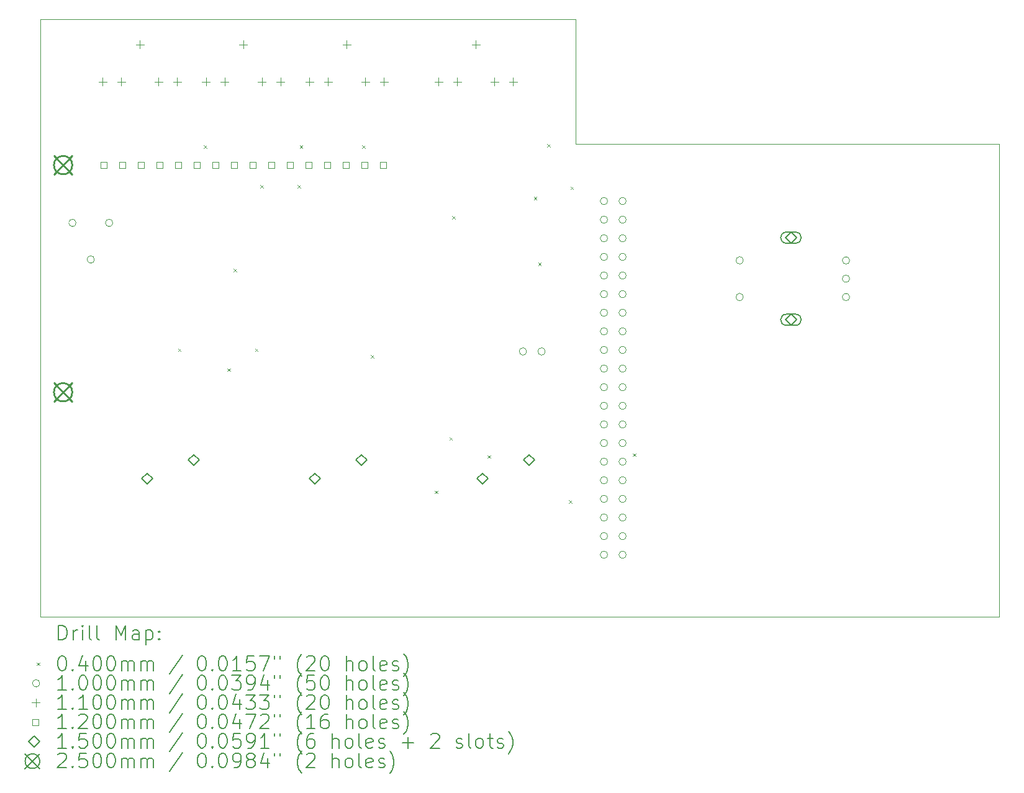
<source format=gbr>
%TF.GenerationSoftware,KiCad,Pcbnew,6.0.11*%
%TF.CreationDate,2024-07-27T16:02:51-05:00*%
%TF.ProjectId,minidexed,6d696e69-6465-4786-9564-2e6b69636164,rev?*%
%TF.SameCoordinates,Original*%
%TF.FileFunction,Drillmap*%
%TF.FilePolarity,Positive*%
%FSLAX45Y45*%
G04 Gerber Fmt 4.5, Leading zero omitted, Abs format (unit mm)*
G04 Created by KiCad (PCBNEW 6.0.11) date 2024-07-27 16:02:51*
%MOMM*%
%LPD*%
G01*
G04 APERTURE LIST*
%ADD10C,0.100000*%
%ADD11C,0.200000*%
%ADD12C,0.040000*%
%ADD13C,0.110000*%
%ADD14C,0.120000*%
%ADD15C,0.150000*%
%ADD16C,0.250000*%
G04 APERTURE END LIST*
D10*
X22525000Y-7600000D02*
X22525000Y-14050000D01*
X9450000Y-14050000D02*
X9450000Y-5900000D01*
X16750000Y-7600000D02*
X22525000Y-7600000D01*
X22525000Y-14050000D02*
X9450000Y-14050000D01*
X9450000Y-5900000D02*
X16750000Y-5900000D01*
X16750000Y-5900000D02*
X16750000Y-7600000D01*
D11*
D12*
X11330000Y-10390000D02*
X11370000Y-10430000D01*
X11370000Y-10390000D02*
X11330000Y-10430000D01*
X11680000Y-7620000D02*
X11720000Y-7660000D01*
X11720000Y-7620000D02*
X11680000Y-7660000D01*
X12000000Y-10660000D02*
X12040000Y-10700000D01*
X12040000Y-10660000D02*
X12000000Y-10700000D01*
X12090000Y-9300000D02*
X12130000Y-9340000D01*
X12130000Y-9300000D02*
X12090000Y-9340000D01*
X12380000Y-10390000D02*
X12420000Y-10430000D01*
X12420000Y-10390000D02*
X12380000Y-10430000D01*
X12450000Y-8160000D02*
X12490000Y-8200000D01*
X12490000Y-8160000D02*
X12450000Y-8200000D01*
X12960000Y-8160000D02*
X13000000Y-8200000D01*
X13000000Y-8160000D02*
X12960000Y-8200000D01*
X12990000Y-7620000D02*
X13030000Y-7660000D01*
X13030000Y-7620000D02*
X12990000Y-7660000D01*
X13840000Y-7620000D02*
X13880000Y-7660000D01*
X13880000Y-7620000D02*
X13840000Y-7660000D01*
X13960000Y-10480000D02*
X14000000Y-10520000D01*
X14000000Y-10480000D02*
X13960000Y-10520000D01*
X14830000Y-12330000D02*
X14870000Y-12370000D01*
X14870000Y-12330000D02*
X14830000Y-12370000D01*
X15030000Y-11600000D02*
X15070000Y-11640000D01*
X15070000Y-11600000D02*
X15030000Y-11640000D01*
X15070000Y-8580000D02*
X15110000Y-8620000D01*
X15110000Y-8580000D02*
X15070000Y-8620000D01*
X15550000Y-11847350D02*
X15590000Y-11887350D01*
X15590000Y-11847350D02*
X15550000Y-11887350D01*
X16180000Y-8320000D02*
X16220000Y-8360000D01*
X16220000Y-8320000D02*
X16180000Y-8360000D01*
X16240000Y-9220000D02*
X16280000Y-9260000D01*
X16280000Y-9220000D02*
X16240000Y-9260000D01*
X16360000Y-7600000D02*
X16400000Y-7640000D01*
X16400000Y-7600000D02*
X16360000Y-7640000D01*
X16660000Y-12460000D02*
X16700000Y-12500000D01*
X16700000Y-12460000D02*
X16660000Y-12500000D01*
X16680000Y-8180000D02*
X16720000Y-8220000D01*
X16720000Y-8180000D02*
X16680000Y-8220000D01*
X17530000Y-11820000D02*
X17570000Y-11860000D01*
X17570000Y-11820000D02*
X17530000Y-11860000D01*
D10*
X9940000Y-8676000D02*
G75*
G03*
X9940000Y-8676000I-50000J0D01*
G01*
X10190000Y-9176000D02*
G75*
G03*
X10190000Y-9176000I-50000J0D01*
G01*
X10440000Y-8676000D02*
G75*
G03*
X10440000Y-8676000I-50000J0D01*
G01*
X16082500Y-10430000D02*
G75*
G03*
X16082500Y-10430000I-50000J0D01*
G01*
X16336500Y-10430000D02*
G75*
G03*
X16336500Y-10430000I-50000J0D01*
G01*
X17187840Y-8378240D02*
G75*
G03*
X17187840Y-8378240I-50000J0D01*
G01*
X17187840Y-8632240D02*
G75*
G03*
X17187840Y-8632240I-50000J0D01*
G01*
X17187840Y-8886240D02*
G75*
G03*
X17187840Y-8886240I-50000J0D01*
G01*
X17187840Y-9140240D02*
G75*
G03*
X17187840Y-9140240I-50000J0D01*
G01*
X17187840Y-9394240D02*
G75*
G03*
X17187840Y-9394240I-50000J0D01*
G01*
X17187840Y-9648240D02*
G75*
G03*
X17187840Y-9648240I-50000J0D01*
G01*
X17187840Y-9902240D02*
G75*
G03*
X17187840Y-9902240I-50000J0D01*
G01*
X17187840Y-10156240D02*
G75*
G03*
X17187840Y-10156240I-50000J0D01*
G01*
X17187840Y-10410240D02*
G75*
G03*
X17187840Y-10410240I-50000J0D01*
G01*
X17187840Y-10664240D02*
G75*
G03*
X17187840Y-10664240I-50000J0D01*
G01*
X17187840Y-10918240D02*
G75*
G03*
X17187840Y-10918240I-50000J0D01*
G01*
X17187840Y-11172240D02*
G75*
G03*
X17187840Y-11172240I-50000J0D01*
G01*
X17187840Y-11426240D02*
G75*
G03*
X17187840Y-11426240I-50000J0D01*
G01*
X17187840Y-11680240D02*
G75*
G03*
X17187840Y-11680240I-50000J0D01*
G01*
X17187840Y-11934240D02*
G75*
G03*
X17187840Y-11934240I-50000J0D01*
G01*
X17187840Y-12188240D02*
G75*
G03*
X17187840Y-12188240I-50000J0D01*
G01*
X17187840Y-12442240D02*
G75*
G03*
X17187840Y-12442240I-50000J0D01*
G01*
X17187840Y-12696240D02*
G75*
G03*
X17187840Y-12696240I-50000J0D01*
G01*
X17187840Y-12950240D02*
G75*
G03*
X17187840Y-12950240I-50000J0D01*
G01*
X17187840Y-13204240D02*
G75*
G03*
X17187840Y-13204240I-50000J0D01*
G01*
X17441840Y-8378240D02*
G75*
G03*
X17441840Y-8378240I-50000J0D01*
G01*
X17441840Y-8632240D02*
G75*
G03*
X17441840Y-8632240I-50000J0D01*
G01*
X17441840Y-8886240D02*
G75*
G03*
X17441840Y-8886240I-50000J0D01*
G01*
X17441840Y-9140240D02*
G75*
G03*
X17441840Y-9140240I-50000J0D01*
G01*
X17441840Y-9394240D02*
G75*
G03*
X17441840Y-9394240I-50000J0D01*
G01*
X17441840Y-9648240D02*
G75*
G03*
X17441840Y-9648240I-50000J0D01*
G01*
X17441840Y-9902240D02*
G75*
G03*
X17441840Y-9902240I-50000J0D01*
G01*
X17441840Y-10156240D02*
G75*
G03*
X17441840Y-10156240I-50000J0D01*
G01*
X17441840Y-10410240D02*
G75*
G03*
X17441840Y-10410240I-50000J0D01*
G01*
X17441840Y-10664240D02*
G75*
G03*
X17441840Y-10664240I-50000J0D01*
G01*
X17441840Y-10918240D02*
G75*
G03*
X17441840Y-10918240I-50000J0D01*
G01*
X17441840Y-11172240D02*
G75*
G03*
X17441840Y-11172240I-50000J0D01*
G01*
X17441840Y-11426240D02*
G75*
G03*
X17441840Y-11426240I-50000J0D01*
G01*
X17441840Y-11680240D02*
G75*
G03*
X17441840Y-11680240I-50000J0D01*
G01*
X17441840Y-11934240D02*
G75*
G03*
X17441840Y-11934240I-50000J0D01*
G01*
X17441840Y-12188240D02*
G75*
G03*
X17441840Y-12188240I-50000J0D01*
G01*
X17441840Y-12442240D02*
G75*
G03*
X17441840Y-12442240I-50000J0D01*
G01*
X17441840Y-12696240D02*
G75*
G03*
X17441840Y-12696240I-50000J0D01*
G01*
X17441840Y-12950240D02*
G75*
G03*
X17441840Y-12950240I-50000J0D01*
G01*
X17441840Y-13204240D02*
G75*
G03*
X17441840Y-13204240I-50000J0D01*
G01*
X19036840Y-9187650D02*
G75*
G03*
X19036840Y-9187650I-50000J0D01*
G01*
X19036840Y-9687650D02*
G75*
G03*
X19036840Y-9687650I-50000J0D01*
G01*
X20486840Y-9187650D02*
G75*
G03*
X20486840Y-9187650I-50000J0D01*
G01*
X20486840Y-9437650D02*
G75*
G03*
X20486840Y-9437650I-50000J0D01*
G01*
X20486840Y-9687650D02*
G75*
G03*
X20486840Y-9687650I-50000J0D01*
G01*
D13*
X10302800Y-6693400D02*
X10302800Y-6803400D01*
X10247800Y-6748400D02*
X10357800Y-6748400D01*
X10556800Y-6693400D02*
X10556800Y-6803400D01*
X10501800Y-6748400D02*
X10611800Y-6748400D01*
X10810800Y-6185400D02*
X10810800Y-6295400D01*
X10755800Y-6240400D02*
X10865800Y-6240400D01*
X11064800Y-6693400D02*
X11064800Y-6803400D01*
X11009800Y-6748400D02*
X11119800Y-6748400D01*
X11318800Y-6693400D02*
X11318800Y-6803400D01*
X11263800Y-6748400D02*
X11373800Y-6748400D01*
X11712500Y-6693400D02*
X11712500Y-6803400D01*
X11657500Y-6748400D02*
X11767500Y-6748400D01*
X11966500Y-6693400D02*
X11966500Y-6803400D01*
X11911500Y-6748400D02*
X12021500Y-6748400D01*
X12220500Y-6185400D02*
X12220500Y-6295400D01*
X12165500Y-6240400D02*
X12275500Y-6240400D01*
X12474500Y-6693400D02*
X12474500Y-6803400D01*
X12419500Y-6748400D02*
X12529500Y-6748400D01*
X12728500Y-6693400D02*
X12728500Y-6803400D01*
X12673500Y-6748400D02*
X12783500Y-6748400D01*
X13122200Y-6693400D02*
X13122200Y-6803400D01*
X13067200Y-6748400D02*
X13177200Y-6748400D01*
X13376200Y-6693400D02*
X13376200Y-6803400D01*
X13321200Y-6748400D02*
X13431200Y-6748400D01*
X13630200Y-6185400D02*
X13630200Y-6295400D01*
X13575200Y-6240400D02*
X13685200Y-6240400D01*
X13884200Y-6693400D02*
X13884200Y-6803400D01*
X13829200Y-6748400D02*
X13939200Y-6748400D01*
X14138200Y-6693400D02*
X14138200Y-6803400D01*
X14083200Y-6748400D02*
X14193200Y-6748400D01*
X14882500Y-6695000D02*
X14882500Y-6805000D01*
X14827500Y-6750000D02*
X14937500Y-6750000D01*
X15136500Y-6695000D02*
X15136500Y-6805000D01*
X15081500Y-6750000D02*
X15191500Y-6750000D01*
X15390500Y-6187000D02*
X15390500Y-6297000D01*
X15335500Y-6242000D02*
X15445500Y-6242000D01*
X15644500Y-6695000D02*
X15644500Y-6805000D01*
X15589500Y-6750000D02*
X15699500Y-6750000D01*
X15898500Y-6695000D02*
X15898500Y-6805000D01*
X15843500Y-6750000D02*
X15953500Y-6750000D01*
D14*
X10355227Y-7930077D02*
X10355227Y-7845223D01*
X10270373Y-7845223D01*
X10270373Y-7930077D01*
X10355227Y-7930077D01*
X10609227Y-7930077D02*
X10609227Y-7845223D01*
X10524373Y-7845223D01*
X10524373Y-7930077D01*
X10609227Y-7930077D01*
X10863227Y-7930077D02*
X10863227Y-7845223D01*
X10778373Y-7845223D01*
X10778373Y-7930077D01*
X10863227Y-7930077D01*
X11117227Y-7930077D02*
X11117227Y-7845223D01*
X11032373Y-7845223D01*
X11032373Y-7930077D01*
X11117227Y-7930077D01*
X11371227Y-7930077D02*
X11371227Y-7845223D01*
X11286373Y-7845223D01*
X11286373Y-7930077D01*
X11371227Y-7930077D01*
X11625227Y-7930077D02*
X11625227Y-7845223D01*
X11540373Y-7845223D01*
X11540373Y-7930077D01*
X11625227Y-7930077D01*
X11879227Y-7930077D02*
X11879227Y-7845223D01*
X11794373Y-7845223D01*
X11794373Y-7930077D01*
X11879227Y-7930077D01*
X12133227Y-7930077D02*
X12133227Y-7845223D01*
X12048373Y-7845223D01*
X12048373Y-7930077D01*
X12133227Y-7930077D01*
X12387227Y-7930077D02*
X12387227Y-7845223D01*
X12302373Y-7845223D01*
X12302373Y-7930077D01*
X12387227Y-7930077D01*
X12641227Y-7930077D02*
X12641227Y-7845223D01*
X12556373Y-7845223D01*
X12556373Y-7930077D01*
X12641227Y-7930077D01*
X12895227Y-7930077D02*
X12895227Y-7845223D01*
X12810373Y-7845223D01*
X12810373Y-7930077D01*
X12895227Y-7930077D01*
X13149227Y-7930077D02*
X13149227Y-7845223D01*
X13064373Y-7845223D01*
X13064373Y-7930077D01*
X13149227Y-7930077D01*
X13403227Y-7930077D02*
X13403227Y-7845223D01*
X13318373Y-7845223D01*
X13318373Y-7930077D01*
X13403227Y-7930077D01*
X13657227Y-7930077D02*
X13657227Y-7845223D01*
X13572373Y-7845223D01*
X13572373Y-7930077D01*
X13657227Y-7930077D01*
X13911227Y-7930077D02*
X13911227Y-7845223D01*
X13826373Y-7845223D01*
X13826373Y-7930077D01*
X13911227Y-7930077D01*
X14165227Y-7930077D02*
X14165227Y-7845223D01*
X14080373Y-7845223D01*
X14080373Y-7930077D01*
X14165227Y-7930077D01*
D15*
X10909000Y-12241000D02*
X10984000Y-12166000D01*
X10909000Y-12091000D01*
X10834000Y-12166000D01*
X10909000Y-12241000D01*
X11544000Y-11987000D02*
X11619000Y-11912000D01*
X11544000Y-11837000D01*
X11469000Y-11912000D01*
X11544000Y-11987000D01*
X13194000Y-12241000D02*
X13269000Y-12166000D01*
X13194000Y-12091000D01*
X13119000Y-12166000D01*
X13194000Y-12241000D01*
X13829000Y-11987000D02*
X13904000Y-11912000D01*
X13829000Y-11837000D01*
X13754000Y-11912000D01*
X13829000Y-11987000D01*
X15479000Y-12241000D02*
X15554000Y-12166000D01*
X15479000Y-12091000D01*
X15404000Y-12166000D01*
X15479000Y-12241000D01*
X16114000Y-11987000D02*
X16189000Y-11912000D01*
X16114000Y-11837000D01*
X16039000Y-11912000D01*
X16114000Y-11987000D01*
X19686840Y-8952650D02*
X19761840Y-8877650D01*
X19686840Y-8802650D01*
X19611840Y-8877650D01*
X19686840Y-8952650D01*
D11*
X19751840Y-8802650D02*
X19621840Y-8802650D01*
X19751840Y-8952650D02*
X19621840Y-8952650D01*
X19621840Y-8802650D02*
G75*
G03*
X19621840Y-8952650I0J-75000D01*
G01*
X19751840Y-8952650D02*
G75*
G03*
X19751840Y-8802650I0J75000D01*
G01*
D15*
X19686840Y-10072650D02*
X19761840Y-9997650D01*
X19686840Y-9922650D01*
X19611840Y-9997650D01*
X19686840Y-10072650D01*
D11*
X19751840Y-9922650D02*
X19621840Y-9922650D01*
X19751840Y-10072650D02*
X19621840Y-10072650D01*
X19621840Y-9922650D02*
G75*
G03*
X19621840Y-10072650I0J-75000D01*
G01*
X19751840Y-10072650D02*
G75*
G03*
X19751840Y-9922650I0J75000D01*
G01*
D16*
X9637890Y-7762650D02*
X9887890Y-8012650D01*
X9887890Y-7762650D02*
X9637890Y-8012650D01*
X9887890Y-7887650D02*
G75*
G03*
X9887890Y-7887650I-125000J0D01*
G01*
X9637890Y-10862720D02*
X9887890Y-11112720D01*
X9887890Y-10862720D02*
X9637890Y-11112720D01*
X9887890Y-10987720D02*
G75*
G03*
X9887890Y-10987720I-125000J0D01*
G01*
D11*
X9702619Y-14365476D02*
X9702619Y-14165476D01*
X9750238Y-14165476D01*
X9778810Y-14175000D01*
X9797857Y-14194048D01*
X9807381Y-14213095D01*
X9816905Y-14251190D01*
X9816905Y-14279762D01*
X9807381Y-14317857D01*
X9797857Y-14336905D01*
X9778810Y-14355952D01*
X9750238Y-14365476D01*
X9702619Y-14365476D01*
X9902619Y-14365476D02*
X9902619Y-14232143D01*
X9902619Y-14270238D02*
X9912143Y-14251190D01*
X9921667Y-14241667D01*
X9940714Y-14232143D01*
X9959762Y-14232143D01*
X10026429Y-14365476D02*
X10026429Y-14232143D01*
X10026429Y-14165476D02*
X10016905Y-14175000D01*
X10026429Y-14184524D01*
X10035952Y-14175000D01*
X10026429Y-14165476D01*
X10026429Y-14184524D01*
X10150238Y-14365476D02*
X10131190Y-14355952D01*
X10121667Y-14336905D01*
X10121667Y-14165476D01*
X10255000Y-14365476D02*
X10235952Y-14355952D01*
X10226429Y-14336905D01*
X10226429Y-14165476D01*
X10483571Y-14365476D02*
X10483571Y-14165476D01*
X10550238Y-14308333D01*
X10616905Y-14165476D01*
X10616905Y-14365476D01*
X10797857Y-14365476D02*
X10797857Y-14260714D01*
X10788333Y-14241667D01*
X10769286Y-14232143D01*
X10731190Y-14232143D01*
X10712143Y-14241667D01*
X10797857Y-14355952D02*
X10778810Y-14365476D01*
X10731190Y-14365476D01*
X10712143Y-14355952D01*
X10702619Y-14336905D01*
X10702619Y-14317857D01*
X10712143Y-14298809D01*
X10731190Y-14289286D01*
X10778810Y-14289286D01*
X10797857Y-14279762D01*
X10893095Y-14232143D02*
X10893095Y-14432143D01*
X10893095Y-14241667D02*
X10912143Y-14232143D01*
X10950238Y-14232143D01*
X10969286Y-14241667D01*
X10978810Y-14251190D01*
X10988333Y-14270238D01*
X10988333Y-14327381D01*
X10978810Y-14346428D01*
X10969286Y-14355952D01*
X10950238Y-14365476D01*
X10912143Y-14365476D01*
X10893095Y-14355952D01*
X11074048Y-14346428D02*
X11083571Y-14355952D01*
X11074048Y-14365476D01*
X11064524Y-14355952D01*
X11074048Y-14346428D01*
X11074048Y-14365476D01*
X11074048Y-14241667D02*
X11083571Y-14251190D01*
X11074048Y-14260714D01*
X11064524Y-14251190D01*
X11074048Y-14241667D01*
X11074048Y-14260714D01*
D12*
X9405000Y-14675000D02*
X9445000Y-14715000D01*
X9445000Y-14675000D02*
X9405000Y-14715000D01*
D11*
X9740714Y-14585476D02*
X9759762Y-14585476D01*
X9778810Y-14595000D01*
X9788333Y-14604524D01*
X9797857Y-14623571D01*
X9807381Y-14661667D01*
X9807381Y-14709286D01*
X9797857Y-14747381D01*
X9788333Y-14766428D01*
X9778810Y-14775952D01*
X9759762Y-14785476D01*
X9740714Y-14785476D01*
X9721667Y-14775952D01*
X9712143Y-14766428D01*
X9702619Y-14747381D01*
X9693095Y-14709286D01*
X9693095Y-14661667D01*
X9702619Y-14623571D01*
X9712143Y-14604524D01*
X9721667Y-14595000D01*
X9740714Y-14585476D01*
X9893095Y-14766428D02*
X9902619Y-14775952D01*
X9893095Y-14785476D01*
X9883571Y-14775952D01*
X9893095Y-14766428D01*
X9893095Y-14785476D01*
X10074048Y-14652143D02*
X10074048Y-14785476D01*
X10026429Y-14575952D02*
X9978810Y-14718809D01*
X10102619Y-14718809D01*
X10216905Y-14585476D02*
X10235952Y-14585476D01*
X10255000Y-14595000D01*
X10264524Y-14604524D01*
X10274048Y-14623571D01*
X10283571Y-14661667D01*
X10283571Y-14709286D01*
X10274048Y-14747381D01*
X10264524Y-14766428D01*
X10255000Y-14775952D01*
X10235952Y-14785476D01*
X10216905Y-14785476D01*
X10197857Y-14775952D01*
X10188333Y-14766428D01*
X10178810Y-14747381D01*
X10169286Y-14709286D01*
X10169286Y-14661667D01*
X10178810Y-14623571D01*
X10188333Y-14604524D01*
X10197857Y-14595000D01*
X10216905Y-14585476D01*
X10407381Y-14585476D02*
X10426429Y-14585476D01*
X10445476Y-14595000D01*
X10455000Y-14604524D01*
X10464524Y-14623571D01*
X10474048Y-14661667D01*
X10474048Y-14709286D01*
X10464524Y-14747381D01*
X10455000Y-14766428D01*
X10445476Y-14775952D01*
X10426429Y-14785476D01*
X10407381Y-14785476D01*
X10388333Y-14775952D01*
X10378810Y-14766428D01*
X10369286Y-14747381D01*
X10359762Y-14709286D01*
X10359762Y-14661667D01*
X10369286Y-14623571D01*
X10378810Y-14604524D01*
X10388333Y-14595000D01*
X10407381Y-14585476D01*
X10559762Y-14785476D02*
X10559762Y-14652143D01*
X10559762Y-14671190D02*
X10569286Y-14661667D01*
X10588333Y-14652143D01*
X10616905Y-14652143D01*
X10635952Y-14661667D01*
X10645476Y-14680714D01*
X10645476Y-14785476D01*
X10645476Y-14680714D02*
X10655000Y-14661667D01*
X10674048Y-14652143D01*
X10702619Y-14652143D01*
X10721667Y-14661667D01*
X10731190Y-14680714D01*
X10731190Y-14785476D01*
X10826429Y-14785476D02*
X10826429Y-14652143D01*
X10826429Y-14671190D02*
X10835952Y-14661667D01*
X10855000Y-14652143D01*
X10883571Y-14652143D01*
X10902619Y-14661667D01*
X10912143Y-14680714D01*
X10912143Y-14785476D01*
X10912143Y-14680714D02*
X10921667Y-14661667D01*
X10940714Y-14652143D01*
X10969286Y-14652143D01*
X10988333Y-14661667D01*
X10997857Y-14680714D01*
X10997857Y-14785476D01*
X11388333Y-14575952D02*
X11216905Y-14833095D01*
X11645476Y-14585476D02*
X11664524Y-14585476D01*
X11683571Y-14595000D01*
X11693095Y-14604524D01*
X11702619Y-14623571D01*
X11712143Y-14661667D01*
X11712143Y-14709286D01*
X11702619Y-14747381D01*
X11693095Y-14766428D01*
X11683571Y-14775952D01*
X11664524Y-14785476D01*
X11645476Y-14785476D01*
X11626428Y-14775952D01*
X11616905Y-14766428D01*
X11607381Y-14747381D01*
X11597857Y-14709286D01*
X11597857Y-14661667D01*
X11607381Y-14623571D01*
X11616905Y-14604524D01*
X11626428Y-14595000D01*
X11645476Y-14585476D01*
X11797857Y-14766428D02*
X11807381Y-14775952D01*
X11797857Y-14785476D01*
X11788333Y-14775952D01*
X11797857Y-14766428D01*
X11797857Y-14785476D01*
X11931190Y-14585476D02*
X11950238Y-14585476D01*
X11969286Y-14595000D01*
X11978809Y-14604524D01*
X11988333Y-14623571D01*
X11997857Y-14661667D01*
X11997857Y-14709286D01*
X11988333Y-14747381D01*
X11978809Y-14766428D01*
X11969286Y-14775952D01*
X11950238Y-14785476D01*
X11931190Y-14785476D01*
X11912143Y-14775952D01*
X11902619Y-14766428D01*
X11893095Y-14747381D01*
X11883571Y-14709286D01*
X11883571Y-14661667D01*
X11893095Y-14623571D01*
X11902619Y-14604524D01*
X11912143Y-14595000D01*
X11931190Y-14585476D01*
X12188333Y-14785476D02*
X12074048Y-14785476D01*
X12131190Y-14785476D02*
X12131190Y-14585476D01*
X12112143Y-14614048D01*
X12093095Y-14633095D01*
X12074048Y-14642619D01*
X12369286Y-14585476D02*
X12274048Y-14585476D01*
X12264524Y-14680714D01*
X12274048Y-14671190D01*
X12293095Y-14661667D01*
X12340714Y-14661667D01*
X12359762Y-14671190D01*
X12369286Y-14680714D01*
X12378809Y-14699762D01*
X12378809Y-14747381D01*
X12369286Y-14766428D01*
X12359762Y-14775952D01*
X12340714Y-14785476D01*
X12293095Y-14785476D01*
X12274048Y-14775952D01*
X12264524Y-14766428D01*
X12445476Y-14585476D02*
X12578809Y-14585476D01*
X12493095Y-14785476D01*
X12645476Y-14585476D02*
X12645476Y-14623571D01*
X12721667Y-14585476D02*
X12721667Y-14623571D01*
X13016905Y-14861667D02*
X13007381Y-14852143D01*
X12988333Y-14823571D01*
X12978809Y-14804524D01*
X12969286Y-14775952D01*
X12959762Y-14728333D01*
X12959762Y-14690238D01*
X12969286Y-14642619D01*
X12978809Y-14614048D01*
X12988333Y-14595000D01*
X13007381Y-14566428D01*
X13016905Y-14556905D01*
X13083571Y-14604524D02*
X13093095Y-14595000D01*
X13112143Y-14585476D01*
X13159762Y-14585476D01*
X13178809Y-14595000D01*
X13188333Y-14604524D01*
X13197857Y-14623571D01*
X13197857Y-14642619D01*
X13188333Y-14671190D01*
X13074048Y-14785476D01*
X13197857Y-14785476D01*
X13321667Y-14585476D02*
X13340714Y-14585476D01*
X13359762Y-14595000D01*
X13369286Y-14604524D01*
X13378809Y-14623571D01*
X13388333Y-14661667D01*
X13388333Y-14709286D01*
X13378809Y-14747381D01*
X13369286Y-14766428D01*
X13359762Y-14775952D01*
X13340714Y-14785476D01*
X13321667Y-14785476D01*
X13302619Y-14775952D01*
X13293095Y-14766428D01*
X13283571Y-14747381D01*
X13274048Y-14709286D01*
X13274048Y-14661667D01*
X13283571Y-14623571D01*
X13293095Y-14604524D01*
X13302619Y-14595000D01*
X13321667Y-14585476D01*
X13626428Y-14785476D02*
X13626428Y-14585476D01*
X13712143Y-14785476D02*
X13712143Y-14680714D01*
X13702619Y-14661667D01*
X13683571Y-14652143D01*
X13655000Y-14652143D01*
X13635952Y-14661667D01*
X13626428Y-14671190D01*
X13835952Y-14785476D02*
X13816905Y-14775952D01*
X13807381Y-14766428D01*
X13797857Y-14747381D01*
X13797857Y-14690238D01*
X13807381Y-14671190D01*
X13816905Y-14661667D01*
X13835952Y-14652143D01*
X13864524Y-14652143D01*
X13883571Y-14661667D01*
X13893095Y-14671190D01*
X13902619Y-14690238D01*
X13902619Y-14747381D01*
X13893095Y-14766428D01*
X13883571Y-14775952D01*
X13864524Y-14785476D01*
X13835952Y-14785476D01*
X14016905Y-14785476D02*
X13997857Y-14775952D01*
X13988333Y-14756905D01*
X13988333Y-14585476D01*
X14169286Y-14775952D02*
X14150238Y-14785476D01*
X14112143Y-14785476D01*
X14093095Y-14775952D01*
X14083571Y-14756905D01*
X14083571Y-14680714D01*
X14093095Y-14661667D01*
X14112143Y-14652143D01*
X14150238Y-14652143D01*
X14169286Y-14661667D01*
X14178809Y-14680714D01*
X14178809Y-14699762D01*
X14083571Y-14718809D01*
X14255000Y-14775952D02*
X14274048Y-14785476D01*
X14312143Y-14785476D01*
X14331190Y-14775952D01*
X14340714Y-14756905D01*
X14340714Y-14747381D01*
X14331190Y-14728333D01*
X14312143Y-14718809D01*
X14283571Y-14718809D01*
X14264524Y-14709286D01*
X14255000Y-14690238D01*
X14255000Y-14680714D01*
X14264524Y-14661667D01*
X14283571Y-14652143D01*
X14312143Y-14652143D01*
X14331190Y-14661667D01*
X14407381Y-14861667D02*
X14416905Y-14852143D01*
X14435952Y-14823571D01*
X14445476Y-14804524D01*
X14455000Y-14775952D01*
X14464524Y-14728333D01*
X14464524Y-14690238D01*
X14455000Y-14642619D01*
X14445476Y-14614048D01*
X14435952Y-14595000D01*
X14416905Y-14566428D01*
X14407381Y-14556905D01*
D10*
X9445000Y-14959000D02*
G75*
G03*
X9445000Y-14959000I-50000J0D01*
G01*
D11*
X9807381Y-15049476D02*
X9693095Y-15049476D01*
X9750238Y-15049476D02*
X9750238Y-14849476D01*
X9731190Y-14878048D01*
X9712143Y-14897095D01*
X9693095Y-14906619D01*
X9893095Y-15030428D02*
X9902619Y-15039952D01*
X9893095Y-15049476D01*
X9883571Y-15039952D01*
X9893095Y-15030428D01*
X9893095Y-15049476D01*
X10026429Y-14849476D02*
X10045476Y-14849476D01*
X10064524Y-14859000D01*
X10074048Y-14868524D01*
X10083571Y-14887571D01*
X10093095Y-14925667D01*
X10093095Y-14973286D01*
X10083571Y-15011381D01*
X10074048Y-15030428D01*
X10064524Y-15039952D01*
X10045476Y-15049476D01*
X10026429Y-15049476D01*
X10007381Y-15039952D01*
X9997857Y-15030428D01*
X9988333Y-15011381D01*
X9978810Y-14973286D01*
X9978810Y-14925667D01*
X9988333Y-14887571D01*
X9997857Y-14868524D01*
X10007381Y-14859000D01*
X10026429Y-14849476D01*
X10216905Y-14849476D02*
X10235952Y-14849476D01*
X10255000Y-14859000D01*
X10264524Y-14868524D01*
X10274048Y-14887571D01*
X10283571Y-14925667D01*
X10283571Y-14973286D01*
X10274048Y-15011381D01*
X10264524Y-15030428D01*
X10255000Y-15039952D01*
X10235952Y-15049476D01*
X10216905Y-15049476D01*
X10197857Y-15039952D01*
X10188333Y-15030428D01*
X10178810Y-15011381D01*
X10169286Y-14973286D01*
X10169286Y-14925667D01*
X10178810Y-14887571D01*
X10188333Y-14868524D01*
X10197857Y-14859000D01*
X10216905Y-14849476D01*
X10407381Y-14849476D02*
X10426429Y-14849476D01*
X10445476Y-14859000D01*
X10455000Y-14868524D01*
X10464524Y-14887571D01*
X10474048Y-14925667D01*
X10474048Y-14973286D01*
X10464524Y-15011381D01*
X10455000Y-15030428D01*
X10445476Y-15039952D01*
X10426429Y-15049476D01*
X10407381Y-15049476D01*
X10388333Y-15039952D01*
X10378810Y-15030428D01*
X10369286Y-15011381D01*
X10359762Y-14973286D01*
X10359762Y-14925667D01*
X10369286Y-14887571D01*
X10378810Y-14868524D01*
X10388333Y-14859000D01*
X10407381Y-14849476D01*
X10559762Y-15049476D02*
X10559762Y-14916143D01*
X10559762Y-14935190D02*
X10569286Y-14925667D01*
X10588333Y-14916143D01*
X10616905Y-14916143D01*
X10635952Y-14925667D01*
X10645476Y-14944714D01*
X10645476Y-15049476D01*
X10645476Y-14944714D02*
X10655000Y-14925667D01*
X10674048Y-14916143D01*
X10702619Y-14916143D01*
X10721667Y-14925667D01*
X10731190Y-14944714D01*
X10731190Y-15049476D01*
X10826429Y-15049476D02*
X10826429Y-14916143D01*
X10826429Y-14935190D02*
X10835952Y-14925667D01*
X10855000Y-14916143D01*
X10883571Y-14916143D01*
X10902619Y-14925667D01*
X10912143Y-14944714D01*
X10912143Y-15049476D01*
X10912143Y-14944714D02*
X10921667Y-14925667D01*
X10940714Y-14916143D01*
X10969286Y-14916143D01*
X10988333Y-14925667D01*
X10997857Y-14944714D01*
X10997857Y-15049476D01*
X11388333Y-14839952D02*
X11216905Y-15097095D01*
X11645476Y-14849476D02*
X11664524Y-14849476D01*
X11683571Y-14859000D01*
X11693095Y-14868524D01*
X11702619Y-14887571D01*
X11712143Y-14925667D01*
X11712143Y-14973286D01*
X11702619Y-15011381D01*
X11693095Y-15030428D01*
X11683571Y-15039952D01*
X11664524Y-15049476D01*
X11645476Y-15049476D01*
X11626428Y-15039952D01*
X11616905Y-15030428D01*
X11607381Y-15011381D01*
X11597857Y-14973286D01*
X11597857Y-14925667D01*
X11607381Y-14887571D01*
X11616905Y-14868524D01*
X11626428Y-14859000D01*
X11645476Y-14849476D01*
X11797857Y-15030428D02*
X11807381Y-15039952D01*
X11797857Y-15049476D01*
X11788333Y-15039952D01*
X11797857Y-15030428D01*
X11797857Y-15049476D01*
X11931190Y-14849476D02*
X11950238Y-14849476D01*
X11969286Y-14859000D01*
X11978809Y-14868524D01*
X11988333Y-14887571D01*
X11997857Y-14925667D01*
X11997857Y-14973286D01*
X11988333Y-15011381D01*
X11978809Y-15030428D01*
X11969286Y-15039952D01*
X11950238Y-15049476D01*
X11931190Y-15049476D01*
X11912143Y-15039952D01*
X11902619Y-15030428D01*
X11893095Y-15011381D01*
X11883571Y-14973286D01*
X11883571Y-14925667D01*
X11893095Y-14887571D01*
X11902619Y-14868524D01*
X11912143Y-14859000D01*
X11931190Y-14849476D01*
X12064524Y-14849476D02*
X12188333Y-14849476D01*
X12121667Y-14925667D01*
X12150238Y-14925667D01*
X12169286Y-14935190D01*
X12178809Y-14944714D01*
X12188333Y-14963762D01*
X12188333Y-15011381D01*
X12178809Y-15030428D01*
X12169286Y-15039952D01*
X12150238Y-15049476D01*
X12093095Y-15049476D01*
X12074048Y-15039952D01*
X12064524Y-15030428D01*
X12283571Y-15049476D02*
X12321667Y-15049476D01*
X12340714Y-15039952D01*
X12350238Y-15030428D01*
X12369286Y-15001857D01*
X12378809Y-14963762D01*
X12378809Y-14887571D01*
X12369286Y-14868524D01*
X12359762Y-14859000D01*
X12340714Y-14849476D01*
X12302619Y-14849476D01*
X12283571Y-14859000D01*
X12274048Y-14868524D01*
X12264524Y-14887571D01*
X12264524Y-14935190D01*
X12274048Y-14954238D01*
X12283571Y-14963762D01*
X12302619Y-14973286D01*
X12340714Y-14973286D01*
X12359762Y-14963762D01*
X12369286Y-14954238D01*
X12378809Y-14935190D01*
X12550238Y-14916143D02*
X12550238Y-15049476D01*
X12502619Y-14839952D02*
X12455000Y-14982809D01*
X12578809Y-14982809D01*
X12645476Y-14849476D02*
X12645476Y-14887571D01*
X12721667Y-14849476D02*
X12721667Y-14887571D01*
X13016905Y-15125667D02*
X13007381Y-15116143D01*
X12988333Y-15087571D01*
X12978809Y-15068524D01*
X12969286Y-15039952D01*
X12959762Y-14992333D01*
X12959762Y-14954238D01*
X12969286Y-14906619D01*
X12978809Y-14878048D01*
X12988333Y-14859000D01*
X13007381Y-14830428D01*
X13016905Y-14820905D01*
X13188333Y-14849476D02*
X13093095Y-14849476D01*
X13083571Y-14944714D01*
X13093095Y-14935190D01*
X13112143Y-14925667D01*
X13159762Y-14925667D01*
X13178809Y-14935190D01*
X13188333Y-14944714D01*
X13197857Y-14963762D01*
X13197857Y-15011381D01*
X13188333Y-15030428D01*
X13178809Y-15039952D01*
X13159762Y-15049476D01*
X13112143Y-15049476D01*
X13093095Y-15039952D01*
X13083571Y-15030428D01*
X13321667Y-14849476D02*
X13340714Y-14849476D01*
X13359762Y-14859000D01*
X13369286Y-14868524D01*
X13378809Y-14887571D01*
X13388333Y-14925667D01*
X13388333Y-14973286D01*
X13378809Y-15011381D01*
X13369286Y-15030428D01*
X13359762Y-15039952D01*
X13340714Y-15049476D01*
X13321667Y-15049476D01*
X13302619Y-15039952D01*
X13293095Y-15030428D01*
X13283571Y-15011381D01*
X13274048Y-14973286D01*
X13274048Y-14925667D01*
X13283571Y-14887571D01*
X13293095Y-14868524D01*
X13302619Y-14859000D01*
X13321667Y-14849476D01*
X13626428Y-15049476D02*
X13626428Y-14849476D01*
X13712143Y-15049476D02*
X13712143Y-14944714D01*
X13702619Y-14925667D01*
X13683571Y-14916143D01*
X13655000Y-14916143D01*
X13635952Y-14925667D01*
X13626428Y-14935190D01*
X13835952Y-15049476D02*
X13816905Y-15039952D01*
X13807381Y-15030428D01*
X13797857Y-15011381D01*
X13797857Y-14954238D01*
X13807381Y-14935190D01*
X13816905Y-14925667D01*
X13835952Y-14916143D01*
X13864524Y-14916143D01*
X13883571Y-14925667D01*
X13893095Y-14935190D01*
X13902619Y-14954238D01*
X13902619Y-15011381D01*
X13893095Y-15030428D01*
X13883571Y-15039952D01*
X13864524Y-15049476D01*
X13835952Y-15049476D01*
X14016905Y-15049476D02*
X13997857Y-15039952D01*
X13988333Y-15020905D01*
X13988333Y-14849476D01*
X14169286Y-15039952D02*
X14150238Y-15049476D01*
X14112143Y-15049476D01*
X14093095Y-15039952D01*
X14083571Y-15020905D01*
X14083571Y-14944714D01*
X14093095Y-14925667D01*
X14112143Y-14916143D01*
X14150238Y-14916143D01*
X14169286Y-14925667D01*
X14178809Y-14944714D01*
X14178809Y-14963762D01*
X14083571Y-14982809D01*
X14255000Y-15039952D02*
X14274048Y-15049476D01*
X14312143Y-15049476D01*
X14331190Y-15039952D01*
X14340714Y-15020905D01*
X14340714Y-15011381D01*
X14331190Y-14992333D01*
X14312143Y-14982809D01*
X14283571Y-14982809D01*
X14264524Y-14973286D01*
X14255000Y-14954238D01*
X14255000Y-14944714D01*
X14264524Y-14925667D01*
X14283571Y-14916143D01*
X14312143Y-14916143D01*
X14331190Y-14925667D01*
X14407381Y-15125667D02*
X14416905Y-15116143D01*
X14435952Y-15087571D01*
X14445476Y-15068524D01*
X14455000Y-15039952D01*
X14464524Y-14992333D01*
X14464524Y-14954238D01*
X14455000Y-14906619D01*
X14445476Y-14878048D01*
X14435952Y-14859000D01*
X14416905Y-14830428D01*
X14407381Y-14820905D01*
D13*
X9390000Y-15168000D02*
X9390000Y-15278000D01*
X9335000Y-15223000D02*
X9445000Y-15223000D01*
D11*
X9807381Y-15313476D02*
X9693095Y-15313476D01*
X9750238Y-15313476D02*
X9750238Y-15113476D01*
X9731190Y-15142048D01*
X9712143Y-15161095D01*
X9693095Y-15170619D01*
X9893095Y-15294428D02*
X9902619Y-15303952D01*
X9893095Y-15313476D01*
X9883571Y-15303952D01*
X9893095Y-15294428D01*
X9893095Y-15313476D01*
X10093095Y-15313476D02*
X9978810Y-15313476D01*
X10035952Y-15313476D02*
X10035952Y-15113476D01*
X10016905Y-15142048D01*
X9997857Y-15161095D01*
X9978810Y-15170619D01*
X10216905Y-15113476D02*
X10235952Y-15113476D01*
X10255000Y-15123000D01*
X10264524Y-15132524D01*
X10274048Y-15151571D01*
X10283571Y-15189667D01*
X10283571Y-15237286D01*
X10274048Y-15275381D01*
X10264524Y-15294428D01*
X10255000Y-15303952D01*
X10235952Y-15313476D01*
X10216905Y-15313476D01*
X10197857Y-15303952D01*
X10188333Y-15294428D01*
X10178810Y-15275381D01*
X10169286Y-15237286D01*
X10169286Y-15189667D01*
X10178810Y-15151571D01*
X10188333Y-15132524D01*
X10197857Y-15123000D01*
X10216905Y-15113476D01*
X10407381Y-15113476D02*
X10426429Y-15113476D01*
X10445476Y-15123000D01*
X10455000Y-15132524D01*
X10464524Y-15151571D01*
X10474048Y-15189667D01*
X10474048Y-15237286D01*
X10464524Y-15275381D01*
X10455000Y-15294428D01*
X10445476Y-15303952D01*
X10426429Y-15313476D01*
X10407381Y-15313476D01*
X10388333Y-15303952D01*
X10378810Y-15294428D01*
X10369286Y-15275381D01*
X10359762Y-15237286D01*
X10359762Y-15189667D01*
X10369286Y-15151571D01*
X10378810Y-15132524D01*
X10388333Y-15123000D01*
X10407381Y-15113476D01*
X10559762Y-15313476D02*
X10559762Y-15180143D01*
X10559762Y-15199190D02*
X10569286Y-15189667D01*
X10588333Y-15180143D01*
X10616905Y-15180143D01*
X10635952Y-15189667D01*
X10645476Y-15208714D01*
X10645476Y-15313476D01*
X10645476Y-15208714D02*
X10655000Y-15189667D01*
X10674048Y-15180143D01*
X10702619Y-15180143D01*
X10721667Y-15189667D01*
X10731190Y-15208714D01*
X10731190Y-15313476D01*
X10826429Y-15313476D02*
X10826429Y-15180143D01*
X10826429Y-15199190D02*
X10835952Y-15189667D01*
X10855000Y-15180143D01*
X10883571Y-15180143D01*
X10902619Y-15189667D01*
X10912143Y-15208714D01*
X10912143Y-15313476D01*
X10912143Y-15208714D02*
X10921667Y-15189667D01*
X10940714Y-15180143D01*
X10969286Y-15180143D01*
X10988333Y-15189667D01*
X10997857Y-15208714D01*
X10997857Y-15313476D01*
X11388333Y-15103952D02*
X11216905Y-15361095D01*
X11645476Y-15113476D02*
X11664524Y-15113476D01*
X11683571Y-15123000D01*
X11693095Y-15132524D01*
X11702619Y-15151571D01*
X11712143Y-15189667D01*
X11712143Y-15237286D01*
X11702619Y-15275381D01*
X11693095Y-15294428D01*
X11683571Y-15303952D01*
X11664524Y-15313476D01*
X11645476Y-15313476D01*
X11626428Y-15303952D01*
X11616905Y-15294428D01*
X11607381Y-15275381D01*
X11597857Y-15237286D01*
X11597857Y-15189667D01*
X11607381Y-15151571D01*
X11616905Y-15132524D01*
X11626428Y-15123000D01*
X11645476Y-15113476D01*
X11797857Y-15294428D02*
X11807381Y-15303952D01*
X11797857Y-15313476D01*
X11788333Y-15303952D01*
X11797857Y-15294428D01*
X11797857Y-15313476D01*
X11931190Y-15113476D02*
X11950238Y-15113476D01*
X11969286Y-15123000D01*
X11978809Y-15132524D01*
X11988333Y-15151571D01*
X11997857Y-15189667D01*
X11997857Y-15237286D01*
X11988333Y-15275381D01*
X11978809Y-15294428D01*
X11969286Y-15303952D01*
X11950238Y-15313476D01*
X11931190Y-15313476D01*
X11912143Y-15303952D01*
X11902619Y-15294428D01*
X11893095Y-15275381D01*
X11883571Y-15237286D01*
X11883571Y-15189667D01*
X11893095Y-15151571D01*
X11902619Y-15132524D01*
X11912143Y-15123000D01*
X11931190Y-15113476D01*
X12169286Y-15180143D02*
X12169286Y-15313476D01*
X12121667Y-15103952D02*
X12074048Y-15246809D01*
X12197857Y-15246809D01*
X12255000Y-15113476D02*
X12378809Y-15113476D01*
X12312143Y-15189667D01*
X12340714Y-15189667D01*
X12359762Y-15199190D01*
X12369286Y-15208714D01*
X12378809Y-15227762D01*
X12378809Y-15275381D01*
X12369286Y-15294428D01*
X12359762Y-15303952D01*
X12340714Y-15313476D01*
X12283571Y-15313476D01*
X12264524Y-15303952D01*
X12255000Y-15294428D01*
X12445476Y-15113476D02*
X12569286Y-15113476D01*
X12502619Y-15189667D01*
X12531190Y-15189667D01*
X12550238Y-15199190D01*
X12559762Y-15208714D01*
X12569286Y-15227762D01*
X12569286Y-15275381D01*
X12559762Y-15294428D01*
X12550238Y-15303952D01*
X12531190Y-15313476D01*
X12474048Y-15313476D01*
X12455000Y-15303952D01*
X12445476Y-15294428D01*
X12645476Y-15113476D02*
X12645476Y-15151571D01*
X12721667Y-15113476D02*
X12721667Y-15151571D01*
X13016905Y-15389667D02*
X13007381Y-15380143D01*
X12988333Y-15351571D01*
X12978809Y-15332524D01*
X12969286Y-15303952D01*
X12959762Y-15256333D01*
X12959762Y-15218238D01*
X12969286Y-15170619D01*
X12978809Y-15142048D01*
X12988333Y-15123000D01*
X13007381Y-15094428D01*
X13016905Y-15084905D01*
X13083571Y-15132524D02*
X13093095Y-15123000D01*
X13112143Y-15113476D01*
X13159762Y-15113476D01*
X13178809Y-15123000D01*
X13188333Y-15132524D01*
X13197857Y-15151571D01*
X13197857Y-15170619D01*
X13188333Y-15199190D01*
X13074048Y-15313476D01*
X13197857Y-15313476D01*
X13321667Y-15113476D02*
X13340714Y-15113476D01*
X13359762Y-15123000D01*
X13369286Y-15132524D01*
X13378809Y-15151571D01*
X13388333Y-15189667D01*
X13388333Y-15237286D01*
X13378809Y-15275381D01*
X13369286Y-15294428D01*
X13359762Y-15303952D01*
X13340714Y-15313476D01*
X13321667Y-15313476D01*
X13302619Y-15303952D01*
X13293095Y-15294428D01*
X13283571Y-15275381D01*
X13274048Y-15237286D01*
X13274048Y-15189667D01*
X13283571Y-15151571D01*
X13293095Y-15132524D01*
X13302619Y-15123000D01*
X13321667Y-15113476D01*
X13626428Y-15313476D02*
X13626428Y-15113476D01*
X13712143Y-15313476D02*
X13712143Y-15208714D01*
X13702619Y-15189667D01*
X13683571Y-15180143D01*
X13655000Y-15180143D01*
X13635952Y-15189667D01*
X13626428Y-15199190D01*
X13835952Y-15313476D02*
X13816905Y-15303952D01*
X13807381Y-15294428D01*
X13797857Y-15275381D01*
X13797857Y-15218238D01*
X13807381Y-15199190D01*
X13816905Y-15189667D01*
X13835952Y-15180143D01*
X13864524Y-15180143D01*
X13883571Y-15189667D01*
X13893095Y-15199190D01*
X13902619Y-15218238D01*
X13902619Y-15275381D01*
X13893095Y-15294428D01*
X13883571Y-15303952D01*
X13864524Y-15313476D01*
X13835952Y-15313476D01*
X14016905Y-15313476D02*
X13997857Y-15303952D01*
X13988333Y-15284905D01*
X13988333Y-15113476D01*
X14169286Y-15303952D02*
X14150238Y-15313476D01*
X14112143Y-15313476D01*
X14093095Y-15303952D01*
X14083571Y-15284905D01*
X14083571Y-15208714D01*
X14093095Y-15189667D01*
X14112143Y-15180143D01*
X14150238Y-15180143D01*
X14169286Y-15189667D01*
X14178809Y-15208714D01*
X14178809Y-15227762D01*
X14083571Y-15246809D01*
X14255000Y-15303952D02*
X14274048Y-15313476D01*
X14312143Y-15313476D01*
X14331190Y-15303952D01*
X14340714Y-15284905D01*
X14340714Y-15275381D01*
X14331190Y-15256333D01*
X14312143Y-15246809D01*
X14283571Y-15246809D01*
X14264524Y-15237286D01*
X14255000Y-15218238D01*
X14255000Y-15208714D01*
X14264524Y-15189667D01*
X14283571Y-15180143D01*
X14312143Y-15180143D01*
X14331190Y-15189667D01*
X14407381Y-15389667D02*
X14416905Y-15380143D01*
X14435952Y-15351571D01*
X14445476Y-15332524D01*
X14455000Y-15303952D01*
X14464524Y-15256333D01*
X14464524Y-15218238D01*
X14455000Y-15170619D01*
X14445476Y-15142048D01*
X14435952Y-15123000D01*
X14416905Y-15094428D01*
X14407381Y-15084905D01*
D14*
X9427427Y-15529427D02*
X9427427Y-15444573D01*
X9342573Y-15444573D01*
X9342573Y-15529427D01*
X9427427Y-15529427D01*
D11*
X9807381Y-15577476D02*
X9693095Y-15577476D01*
X9750238Y-15577476D02*
X9750238Y-15377476D01*
X9731190Y-15406048D01*
X9712143Y-15425095D01*
X9693095Y-15434619D01*
X9893095Y-15558428D02*
X9902619Y-15567952D01*
X9893095Y-15577476D01*
X9883571Y-15567952D01*
X9893095Y-15558428D01*
X9893095Y-15577476D01*
X9978810Y-15396524D02*
X9988333Y-15387000D01*
X10007381Y-15377476D01*
X10055000Y-15377476D01*
X10074048Y-15387000D01*
X10083571Y-15396524D01*
X10093095Y-15415571D01*
X10093095Y-15434619D01*
X10083571Y-15463190D01*
X9969286Y-15577476D01*
X10093095Y-15577476D01*
X10216905Y-15377476D02*
X10235952Y-15377476D01*
X10255000Y-15387000D01*
X10264524Y-15396524D01*
X10274048Y-15415571D01*
X10283571Y-15453667D01*
X10283571Y-15501286D01*
X10274048Y-15539381D01*
X10264524Y-15558428D01*
X10255000Y-15567952D01*
X10235952Y-15577476D01*
X10216905Y-15577476D01*
X10197857Y-15567952D01*
X10188333Y-15558428D01*
X10178810Y-15539381D01*
X10169286Y-15501286D01*
X10169286Y-15453667D01*
X10178810Y-15415571D01*
X10188333Y-15396524D01*
X10197857Y-15387000D01*
X10216905Y-15377476D01*
X10407381Y-15377476D02*
X10426429Y-15377476D01*
X10445476Y-15387000D01*
X10455000Y-15396524D01*
X10464524Y-15415571D01*
X10474048Y-15453667D01*
X10474048Y-15501286D01*
X10464524Y-15539381D01*
X10455000Y-15558428D01*
X10445476Y-15567952D01*
X10426429Y-15577476D01*
X10407381Y-15577476D01*
X10388333Y-15567952D01*
X10378810Y-15558428D01*
X10369286Y-15539381D01*
X10359762Y-15501286D01*
X10359762Y-15453667D01*
X10369286Y-15415571D01*
X10378810Y-15396524D01*
X10388333Y-15387000D01*
X10407381Y-15377476D01*
X10559762Y-15577476D02*
X10559762Y-15444143D01*
X10559762Y-15463190D02*
X10569286Y-15453667D01*
X10588333Y-15444143D01*
X10616905Y-15444143D01*
X10635952Y-15453667D01*
X10645476Y-15472714D01*
X10645476Y-15577476D01*
X10645476Y-15472714D02*
X10655000Y-15453667D01*
X10674048Y-15444143D01*
X10702619Y-15444143D01*
X10721667Y-15453667D01*
X10731190Y-15472714D01*
X10731190Y-15577476D01*
X10826429Y-15577476D02*
X10826429Y-15444143D01*
X10826429Y-15463190D02*
X10835952Y-15453667D01*
X10855000Y-15444143D01*
X10883571Y-15444143D01*
X10902619Y-15453667D01*
X10912143Y-15472714D01*
X10912143Y-15577476D01*
X10912143Y-15472714D02*
X10921667Y-15453667D01*
X10940714Y-15444143D01*
X10969286Y-15444143D01*
X10988333Y-15453667D01*
X10997857Y-15472714D01*
X10997857Y-15577476D01*
X11388333Y-15367952D02*
X11216905Y-15625095D01*
X11645476Y-15377476D02*
X11664524Y-15377476D01*
X11683571Y-15387000D01*
X11693095Y-15396524D01*
X11702619Y-15415571D01*
X11712143Y-15453667D01*
X11712143Y-15501286D01*
X11702619Y-15539381D01*
X11693095Y-15558428D01*
X11683571Y-15567952D01*
X11664524Y-15577476D01*
X11645476Y-15577476D01*
X11626428Y-15567952D01*
X11616905Y-15558428D01*
X11607381Y-15539381D01*
X11597857Y-15501286D01*
X11597857Y-15453667D01*
X11607381Y-15415571D01*
X11616905Y-15396524D01*
X11626428Y-15387000D01*
X11645476Y-15377476D01*
X11797857Y-15558428D02*
X11807381Y-15567952D01*
X11797857Y-15577476D01*
X11788333Y-15567952D01*
X11797857Y-15558428D01*
X11797857Y-15577476D01*
X11931190Y-15377476D02*
X11950238Y-15377476D01*
X11969286Y-15387000D01*
X11978809Y-15396524D01*
X11988333Y-15415571D01*
X11997857Y-15453667D01*
X11997857Y-15501286D01*
X11988333Y-15539381D01*
X11978809Y-15558428D01*
X11969286Y-15567952D01*
X11950238Y-15577476D01*
X11931190Y-15577476D01*
X11912143Y-15567952D01*
X11902619Y-15558428D01*
X11893095Y-15539381D01*
X11883571Y-15501286D01*
X11883571Y-15453667D01*
X11893095Y-15415571D01*
X11902619Y-15396524D01*
X11912143Y-15387000D01*
X11931190Y-15377476D01*
X12169286Y-15444143D02*
X12169286Y-15577476D01*
X12121667Y-15367952D02*
X12074048Y-15510809D01*
X12197857Y-15510809D01*
X12255000Y-15377476D02*
X12388333Y-15377476D01*
X12302619Y-15577476D01*
X12455000Y-15396524D02*
X12464524Y-15387000D01*
X12483571Y-15377476D01*
X12531190Y-15377476D01*
X12550238Y-15387000D01*
X12559762Y-15396524D01*
X12569286Y-15415571D01*
X12569286Y-15434619D01*
X12559762Y-15463190D01*
X12445476Y-15577476D01*
X12569286Y-15577476D01*
X12645476Y-15377476D02*
X12645476Y-15415571D01*
X12721667Y-15377476D02*
X12721667Y-15415571D01*
X13016905Y-15653667D02*
X13007381Y-15644143D01*
X12988333Y-15615571D01*
X12978809Y-15596524D01*
X12969286Y-15567952D01*
X12959762Y-15520333D01*
X12959762Y-15482238D01*
X12969286Y-15434619D01*
X12978809Y-15406048D01*
X12988333Y-15387000D01*
X13007381Y-15358428D01*
X13016905Y-15348905D01*
X13197857Y-15577476D02*
X13083571Y-15577476D01*
X13140714Y-15577476D02*
X13140714Y-15377476D01*
X13121667Y-15406048D01*
X13102619Y-15425095D01*
X13083571Y-15434619D01*
X13369286Y-15377476D02*
X13331190Y-15377476D01*
X13312143Y-15387000D01*
X13302619Y-15396524D01*
X13283571Y-15425095D01*
X13274048Y-15463190D01*
X13274048Y-15539381D01*
X13283571Y-15558428D01*
X13293095Y-15567952D01*
X13312143Y-15577476D01*
X13350238Y-15577476D01*
X13369286Y-15567952D01*
X13378809Y-15558428D01*
X13388333Y-15539381D01*
X13388333Y-15491762D01*
X13378809Y-15472714D01*
X13369286Y-15463190D01*
X13350238Y-15453667D01*
X13312143Y-15453667D01*
X13293095Y-15463190D01*
X13283571Y-15472714D01*
X13274048Y-15491762D01*
X13626428Y-15577476D02*
X13626428Y-15377476D01*
X13712143Y-15577476D02*
X13712143Y-15472714D01*
X13702619Y-15453667D01*
X13683571Y-15444143D01*
X13655000Y-15444143D01*
X13635952Y-15453667D01*
X13626428Y-15463190D01*
X13835952Y-15577476D02*
X13816905Y-15567952D01*
X13807381Y-15558428D01*
X13797857Y-15539381D01*
X13797857Y-15482238D01*
X13807381Y-15463190D01*
X13816905Y-15453667D01*
X13835952Y-15444143D01*
X13864524Y-15444143D01*
X13883571Y-15453667D01*
X13893095Y-15463190D01*
X13902619Y-15482238D01*
X13902619Y-15539381D01*
X13893095Y-15558428D01*
X13883571Y-15567952D01*
X13864524Y-15577476D01*
X13835952Y-15577476D01*
X14016905Y-15577476D02*
X13997857Y-15567952D01*
X13988333Y-15548905D01*
X13988333Y-15377476D01*
X14169286Y-15567952D02*
X14150238Y-15577476D01*
X14112143Y-15577476D01*
X14093095Y-15567952D01*
X14083571Y-15548905D01*
X14083571Y-15472714D01*
X14093095Y-15453667D01*
X14112143Y-15444143D01*
X14150238Y-15444143D01*
X14169286Y-15453667D01*
X14178809Y-15472714D01*
X14178809Y-15491762D01*
X14083571Y-15510809D01*
X14255000Y-15567952D02*
X14274048Y-15577476D01*
X14312143Y-15577476D01*
X14331190Y-15567952D01*
X14340714Y-15548905D01*
X14340714Y-15539381D01*
X14331190Y-15520333D01*
X14312143Y-15510809D01*
X14283571Y-15510809D01*
X14264524Y-15501286D01*
X14255000Y-15482238D01*
X14255000Y-15472714D01*
X14264524Y-15453667D01*
X14283571Y-15444143D01*
X14312143Y-15444143D01*
X14331190Y-15453667D01*
X14407381Y-15653667D02*
X14416905Y-15644143D01*
X14435952Y-15615571D01*
X14445476Y-15596524D01*
X14455000Y-15567952D01*
X14464524Y-15520333D01*
X14464524Y-15482238D01*
X14455000Y-15434619D01*
X14445476Y-15406048D01*
X14435952Y-15387000D01*
X14416905Y-15358428D01*
X14407381Y-15348905D01*
D15*
X9370000Y-15826000D02*
X9445000Y-15751000D01*
X9370000Y-15676000D01*
X9295000Y-15751000D01*
X9370000Y-15826000D01*
D11*
X9807381Y-15841476D02*
X9693095Y-15841476D01*
X9750238Y-15841476D02*
X9750238Y-15641476D01*
X9731190Y-15670048D01*
X9712143Y-15689095D01*
X9693095Y-15698619D01*
X9893095Y-15822428D02*
X9902619Y-15831952D01*
X9893095Y-15841476D01*
X9883571Y-15831952D01*
X9893095Y-15822428D01*
X9893095Y-15841476D01*
X10083571Y-15641476D02*
X9988333Y-15641476D01*
X9978810Y-15736714D01*
X9988333Y-15727190D01*
X10007381Y-15717667D01*
X10055000Y-15717667D01*
X10074048Y-15727190D01*
X10083571Y-15736714D01*
X10093095Y-15755762D01*
X10093095Y-15803381D01*
X10083571Y-15822428D01*
X10074048Y-15831952D01*
X10055000Y-15841476D01*
X10007381Y-15841476D01*
X9988333Y-15831952D01*
X9978810Y-15822428D01*
X10216905Y-15641476D02*
X10235952Y-15641476D01*
X10255000Y-15651000D01*
X10264524Y-15660524D01*
X10274048Y-15679571D01*
X10283571Y-15717667D01*
X10283571Y-15765286D01*
X10274048Y-15803381D01*
X10264524Y-15822428D01*
X10255000Y-15831952D01*
X10235952Y-15841476D01*
X10216905Y-15841476D01*
X10197857Y-15831952D01*
X10188333Y-15822428D01*
X10178810Y-15803381D01*
X10169286Y-15765286D01*
X10169286Y-15717667D01*
X10178810Y-15679571D01*
X10188333Y-15660524D01*
X10197857Y-15651000D01*
X10216905Y-15641476D01*
X10407381Y-15641476D02*
X10426429Y-15641476D01*
X10445476Y-15651000D01*
X10455000Y-15660524D01*
X10464524Y-15679571D01*
X10474048Y-15717667D01*
X10474048Y-15765286D01*
X10464524Y-15803381D01*
X10455000Y-15822428D01*
X10445476Y-15831952D01*
X10426429Y-15841476D01*
X10407381Y-15841476D01*
X10388333Y-15831952D01*
X10378810Y-15822428D01*
X10369286Y-15803381D01*
X10359762Y-15765286D01*
X10359762Y-15717667D01*
X10369286Y-15679571D01*
X10378810Y-15660524D01*
X10388333Y-15651000D01*
X10407381Y-15641476D01*
X10559762Y-15841476D02*
X10559762Y-15708143D01*
X10559762Y-15727190D02*
X10569286Y-15717667D01*
X10588333Y-15708143D01*
X10616905Y-15708143D01*
X10635952Y-15717667D01*
X10645476Y-15736714D01*
X10645476Y-15841476D01*
X10645476Y-15736714D02*
X10655000Y-15717667D01*
X10674048Y-15708143D01*
X10702619Y-15708143D01*
X10721667Y-15717667D01*
X10731190Y-15736714D01*
X10731190Y-15841476D01*
X10826429Y-15841476D02*
X10826429Y-15708143D01*
X10826429Y-15727190D02*
X10835952Y-15717667D01*
X10855000Y-15708143D01*
X10883571Y-15708143D01*
X10902619Y-15717667D01*
X10912143Y-15736714D01*
X10912143Y-15841476D01*
X10912143Y-15736714D02*
X10921667Y-15717667D01*
X10940714Y-15708143D01*
X10969286Y-15708143D01*
X10988333Y-15717667D01*
X10997857Y-15736714D01*
X10997857Y-15841476D01*
X11388333Y-15631952D02*
X11216905Y-15889095D01*
X11645476Y-15641476D02*
X11664524Y-15641476D01*
X11683571Y-15651000D01*
X11693095Y-15660524D01*
X11702619Y-15679571D01*
X11712143Y-15717667D01*
X11712143Y-15765286D01*
X11702619Y-15803381D01*
X11693095Y-15822428D01*
X11683571Y-15831952D01*
X11664524Y-15841476D01*
X11645476Y-15841476D01*
X11626428Y-15831952D01*
X11616905Y-15822428D01*
X11607381Y-15803381D01*
X11597857Y-15765286D01*
X11597857Y-15717667D01*
X11607381Y-15679571D01*
X11616905Y-15660524D01*
X11626428Y-15651000D01*
X11645476Y-15641476D01*
X11797857Y-15822428D02*
X11807381Y-15831952D01*
X11797857Y-15841476D01*
X11788333Y-15831952D01*
X11797857Y-15822428D01*
X11797857Y-15841476D01*
X11931190Y-15641476D02*
X11950238Y-15641476D01*
X11969286Y-15651000D01*
X11978809Y-15660524D01*
X11988333Y-15679571D01*
X11997857Y-15717667D01*
X11997857Y-15765286D01*
X11988333Y-15803381D01*
X11978809Y-15822428D01*
X11969286Y-15831952D01*
X11950238Y-15841476D01*
X11931190Y-15841476D01*
X11912143Y-15831952D01*
X11902619Y-15822428D01*
X11893095Y-15803381D01*
X11883571Y-15765286D01*
X11883571Y-15717667D01*
X11893095Y-15679571D01*
X11902619Y-15660524D01*
X11912143Y-15651000D01*
X11931190Y-15641476D01*
X12178809Y-15641476D02*
X12083571Y-15641476D01*
X12074048Y-15736714D01*
X12083571Y-15727190D01*
X12102619Y-15717667D01*
X12150238Y-15717667D01*
X12169286Y-15727190D01*
X12178809Y-15736714D01*
X12188333Y-15755762D01*
X12188333Y-15803381D01*
X12178809Y-15822428D01*
X12169286Y-15831952D01*
X12150238Y-15841476D01*
X12102619Y-15841476D01*
X12083571Y-15831952D01*
X12074048Y-15822428D01*
X12283571Y-15841476D02*
X12321667Y-15841476D01*
X12340714Y-15831952D01*
X12350238Y-15822428D01*
X12369286Y-15793857D01*
X12378809Y-15755762D01*
X12378809Y-15679571D01*
X12369286Y-15660524D01*
X12359762Y-15651000D01*
X12340714Y-15641476D01*
X12302619Y-15641476D01*
X12283571Y-15651000D01*
X12274048Y-15660524D01*
X12264524Y-15679571D01*
X12264524Y-15727190D01*
X12274048Y-15746238D01*
X12283571Y-15755762D01*
X12302619Y-15765286D01*
X12340714Y-15765286D01*
X12359762Y-15755762D01*
X12369286Y-15746238D01*
X12378809Y-15727190D01*
X12569286Y-15841476D02*
X12455000Y-15841476D01*
X12512143Y-15841476D02*
X12512143Y-15641476D01*
X12493095Y-15670048D01*
X12474048Y-15689095D01*
X12455000Y-15698619D01*
X12645476Y-15641476D02*
X12645476Y-15679571D01*
X12721667Y-15641476D02*
X12721667Y-15679571D01*
X13016905Y-15917667D02*
X13007381Y-15908143D01*
X12988333Y-15879571D01*
X12978809Y-15860524D01*
X12969286Y-15831952D01*
X12959762Y-15784333D01*
X12959762Y-15746238D01*
X12969286Y-15698619D01*
X12978809Y-15670048D01*
X12988333Y-15651000D01*
X13007381Y-15622428D01*
X13016905Y-15612905D01*
X13178809Y-15641476D02*
X13140714Y-15641476D01*
X13121667Y-15651000D01*
X13112143Y-15660524D01*
X13093095Y-15689095D01*
X13083571Y-15727190D01*
X13083571Y-15803381D01*
X13093095Y-15822428D01*
X13102619Y-15831952D01*
X13121667Y-15841476D01*
X13159762Y-15841476D01*
X13178809Y-15831952D01*
X13188333Y-15822428D01*
X13197857Y-15803381D01*
X13197857Y-15755762D01*
X13188333Y-15736714D01*
X13178809Y-15727190D01*
X13159762Y-15717667D01*
X13121667Y-15717667D01*
X13102619Y-15727190D01*
X13093095Y-15736714D01*
X13083571Y-15755762D01*
X13435952Y-15841476D02*
X13435952Y-15641476D01*
X13521667Y-15841476D02*
X13521667Y-15736714D01*
X13512143Y-15717667D01*
X13493095Y-15708143D01*
X13464524Y-15708143D01*
X13445476Y-15717667D01*
X13435952Y-15727190D01*
X13645476Y-15841476D02*
X13626428Y-15831952D01*
X13616905Y-15822428D01*
X13607381Y-15803381D01*
X13607381Y-15746238D01*
X13616905Y-15727190D01*
X13626428Y-15717667D01*
X13645476Y-15708143D01*
X13674048Y-15708143D01*
X13693095Y-15717667D01*
X13702619Y-15727190D01*
X13712143Y-15746238D01*
X13712143Y-15803381D01*
X13702619Y-15822428D01*
X13693095Y-15831952D01*
X13674048Y-15841476D01*
X13645476Y-15841476D01*
X13826428Y-15841476D02*
X13807381Y-15831952D01*
X13797857Y-15812905D01*
X13797857Y-15641476D01*
X13978809Y-15831952D02*
X13959762Y-15841476D01*
X13921667Y-15841476D01*
X13902619Y-15831952D01*
X13893095Y-15812905D01*
X13893095Y-15736714D01*
X13902619Y-15717667D01*
X13921667Y-15708143D01*
X13959762Y-15708143D01*
X13978809Y-15717667D01*
X13988333Y-15736714D01*
X13988333Y-15755762D01*
X13893095Y-15774809D01*
X14064524Y-15831952D02*
X14083571Y-15841476D01*
X14121667Y-15841476D01*
X14140714Y-15831952D01*
X14150238Y-15812905D01*
X14150238Y-15803381D01*
X14140714Y-15784333D01*
X14121667Y-15774809D01*
X14093095Y-15774809D01*
X14074048Y-15765286D01*
X14064524Y-15746238D01*
X14064524Y-15736714D01*
X14074048Y-15717667D01*
X14093095Y-15708143D01*
X14121667Y-15708143D01*
X14140714Y-15717667D01*
X14388333Y-15765286D02*
X14540714Y-15765286D01*
X14464524Y-15841476D02*
X14464524Y-15689095D01*
X14778809Y-15660524D02*
X14788333Y-15651000D01*
X14807381Y-15641476D01*
X14855000Y-15641476D01*
X14874048Y-15651000D01*
X14883571Y-15660524D01*
X14893095Y-15679571D01*
X14893095Y-15698619D01*
X14883571Y-15727190D01*
X14769286Y-15841476D01*
X14893095Y-15841476D01*
X15121667Y-15831952D02*
X15140714Y-15841476D01*
X15178809Y-15841476D01*
X15197857Y-15831952D01*
X15207381Y-15812905D01*
X15207381Y-15803381D01*
X15197857Y-15784333D01*
X15178809Y-15774809D01*
X15150238Y-15774809D01*
X15131190Y-15765286D01*
X15121667Y-15746238D01*
X15121667Y-15736714D01*
X15131190Y-15717667D01*
X15150238Y-15708143D01*
X15178809Y-15708143D01*
X15197857Y-15717667D01*
X15321667Y-15841476D02*
X15302619Y-15831952D01*
X15293095Y-15812905D01*
X15293095Y-15641476D01*
X15426428Y-15841476D02*
X15407381Y-15831952D01*
X15397857Y-15822428D01*
X15388333Y-15803381D01*
X15388333Y-15746238D01*
X15397857Y-15727190D01*
X15407381Y-15717667D01*
X15426428Y-15708143D01*
X15455000Y-15708143D01*
X15474048Y-15717667D01*
X15483571Y-15727190D01*
X15493095Y-15746238D01*
X15493095Y-15803381D01*
X15483571Y-15822428D01*
X15474048Y-15831952D01*
X15455000Y-15841476D01*
X15426428Y-15841476D01*
X15550238Y-15708143D02*
X15626428Y-15708143D01*
X15578809Y-15641476D02*
X15578809Y-15812905D01*
X15588333Y-15831952D01*
X15607381Y-15841476D01*
X15626428Y-15841476D01*
X15683571Y-15831952D02*
X15702619Y-15841476D01*
X15740714Y-15841476D01*
X15759762Y-15831952D01*
X15769286Y-15812905D01*
X15769286Y-15803381D01*
X15759762Y-15784333D01*
X15740714Y-15774809D01*
X15712143Y-15774809D01*
X15693095Y-15765286D01*
X15683571Y-15746238D01*
X15683571Y-15736714D01*
X15693095Y-15717667D01*
X15712143Y-15708143D01*
X15740714Y-15708143D01*
X15759762Y-15717667D01*
X15835952Y-15917667D02*
X15845476Y-15908143D01*
X15864524Y-15879571D01*
X15874048Y-15860524D01*
X15883571Y-15831952D01*
X15893095Y-15784333D01*
X15893095Y-15746238D01*
X15883571Y-15698619D01*
X15874048Y-15670048D01*
X15864524Y-15651000D01*
X15845476Y-15622428D01*
X15835952Y-15612905D01*
X9245000Y-15921000D02*
X9445000Y-16121000D01*
X9445000Y-15921000D02*
X9245000Y-16121000D01*
X9445000Y-16021000D02*
G75*
G03*
X9445000Y-16021000I-100000J0D01*
G01*
X9693095Y-15930524D02*
X9702619Y-15921000D01*
X9721667Y-15911476D01*
X9769286Y-15911476D01*
X9788333Y-15921000D01*
X9797857Y-15930524D01*
X9807381Y-15949571D01*
X9807381Y-15968619D01*
X9797857Y-15997190D01*
X9683571Y-16111476D01*
X9807381Y-16111476D01*
X9893095Y-16092428D02*
X9902619Y-16101952D01*
X9893095Y-16111476D01*
X9883571Y-16101952D01*
X9893095Y-16092428D01*
X9893095Y-16111476D01*
X10083571Y-15911476D02*
X9988333Y-15911476D01*
X9978810Y-16006714D01*
X9988333Y-15997190D01*
X10007381Y-15987667D01*
X10055000Y-15987667D01*
X10074048Y-15997190D01*
X10083571Y-16006714D01*
X10093095Y-16025762D01*
X10093095Y-16073381D01*
X10083571Y-16092428D01*
X10074048Y-16101952D01*
X10055000Y-16111476D01*
X10007381Y-16111476D01*
X9988333Y-16101952D01*
X9978810Y-16092428D01*
X10216905Y-15911476D02*
X10235952Y-15911476D01*
X10255000Y-15921000D01*
X10264524Y-15930524D01*
X10274048Y-15949571D01*
X10283571Y-15987667D01*
X10283571Y-16035286D01*
X10274048Y-16073381D01*
X10264524Y-16092428D01*
X10255000Y-16101952D01*
X10235952Y-16111476D01*
X10216905Y-16111476D01*
X10197857Y-16101952D01*
X10188333Y-16092428D01*
X10178810Y-16073381D01*
X10169286Y-16035286D01*
X10169286Y-15987667D01*
X10178810Y-15949571D01*
X10188333Y-15930524D01*
X10197857Y-15921000D01*
X10216905Y-15911476D01*
X10407381Y-15911476D02*
X10426429Y-15911476D01*
X10445476Y-15921000D01*
X10455000Y-15930524D01*
X10464524Y-15949571D01*
X10474048Y-15987667D01*
X10474048Y-16035286D01*
X10464524Y-16073381D01*
X10455000Y-16092428D01*
X10445476Y-16101952D01*
X10426429Y-16111476D01*
X10407381Y-16111476D01*
X10388333Y-16101952D01*
X10378810Y-16092428D01*
X10369286Y-16073381D01*
X10359762Y-16035286D01*
X10359762Y-15987667D01*
X10369286Y-15949571D01*
X10378810Y-15930524D01*
X10388333Y-15921000D01*
X10407381Y-15911476D01*
X10559762Y-16111476D02*
X10559762Y-15978143D01*
X10559762Y-15997190D02*
X10569286Y-15987667D01*
X10588333Y-15978143D01*
X10616905Y-15978143D01*
X10635952Y-15987667D01*
X10645476Y-16006714D01*
X10645476Y-16111476D01*
X10645476Y-16006714D02*
X10655000Y-15987667D01*
X10674048Y-15978143D01*
X10702619Y-15978143D01*
X10721667Y-15987667D01*
X10731190Y-16006714D01*
X10731190Y-16111476D01*
X10826429Y-16111476D02*
X10826429Y-15978143D01*
X10826429Y-15997190D02*
X10835952Y-15987667D01*
X10855000Y-15978143D01*
X10883571Y-15978143D01*
X10902619Y-15987667D01*
X10912143Y-16006714D01*
X10912143Y-16111476D01*
X10912143Y-16006714D02*
X10921667Y-15987667D01*
X10940714Y-15978143D01*
X10969286Y-15978143D01*
X10988333Y-15987667D01*
X10997857Y-16006714D01*
X10997857Y-16111476D01*
X11388333Y-15901952D02*
X11216905Y-16159095D01*
X11645476Y-15911476D02*
X11664524Y-15911476D01*
X11683571Y-15921000D01*
X11693095Y-15930524D01*
X11702619Y-15949571D01*
X11712143Y-15987667D01*
X11712143Y-16035286D01*
X11702619Y-16073381D01*
X11693095Y-16092428D01*
X11683571Y-16101952D01*
X11664524Y-16111476D01*
X11645476Y-16111476D01*
X11626428Y-16101952D01*
X11616905Y-16092428D01*
X11607381Y-16073381D01*
X11597857Y-16035286D01*
X11597857Y-15987667D01*
X11607381Y-15949571D01*
X11616905Y-15930524D01*
X11626428Y-15921000D01*
X11645476Y-15911476D01*
X11797857Y-16092428D02*
X11807381Y-16101952D01*
X11797857Y-16111476D01*
X11788333Y-16101952D01*
X11797857Y-16092428D01*
X11797857Y-16111476D01*
X11931190Y-15911476D02*
X11950238Y-15911476D01*
X11969286Y-15921000D01*
X11978809Y-15930524D01*
X11988333Y-15949571D01*
X11997857Y-15987667D01*
X11997857Y-16035286D01*
X11988333Y-16073381D01*
X11978809Y-16092428D01*
X11969286Y-16101952D01*
X11950238Y-16111476D01*
X11931190Y-16111476D01*
X11912143Y-16101952D01*
X11902619Y-16092428D01*
X11893095Y-16073381D01*
X11883571Y-16035286D01*
X11883571Y-15987667D01*
X11893095Y-15949571D01*
X11902619Y-15930524D01*
X11912143Y-15921000D01*
X11931190Y-15911476D01*
X12093095Y-16111476D02*
X12131190Y-16111476D01*
X12150238Y-16101952D01*
X12159762Y-16092428D01*
X12178809Y-16063857D01*
X12188333Y-16025762D01*
X12188333Y-15949571D01*
X12178809Y-15930524D01*
X12169286Y-15921000D01*
X12150238Y-15911476D01*
X12112143Y-15911476D01*
X12093095Y-15921000D01*
X12083571Y-15930524D01*
X12074048Y-15949571D01*
X12074048Y-15997190D01*
X12083571Y-16016238D01*
X12093095Y-16025762D01*
X12112143Y-16035286D01*
X12150238Y-16035286D01*
X12169286Y-16025762D01*
X12178809Y-16016238D01*
X12188333Y-15997190D01*
X12302619Y-15997190D02*
X12283571Y-15987667D01*
X12274048Y-15978143D01*
X12264524Y-15959095D01*
X12264524Y-15949571D01*
X12274048Y-15930524D01*
X12283571Y-15921000D01*
X12302619Y-15911476D01*
X12340714Y-15911476D01*
X12359762Y-15921000D01*
X12369286Y-15930524D01*
X12378809Y-15949571D01*
X12378809Y-15959095D01*
X12369286Y-15978143D01*
X12359762Y-15987667D01*
X12340714Y-15997190D01*
X12302619Y-15997190D01*
X12283571Y-16006714D01*
X12274048Y-16016238D01*
X12264524Y-16035286D01*
X12264524Y-16073381D01*
X12274048Y-16092428D01*
X12283571Y-16101952D01*
X12302619Y-16111476D01*
X12340714Y-16111476D01*
X12359762Y-16101952D01*
X12369286Y-16092428D01*
X12378809Y-16073381D01*
X12378809Y-16035286D01*
X12369286Y-16016238D01*
X12359762Y-16006714D01*
X12340714Y-15997190D01*
X12550238Y-15978143D02*
X12550238Y-16111476D01*
X12502619Y-15901952D02*
X12455000Y-16044809D01*
X12578809Y-16044809D01*
X12645476Y-15911476D02*
X12645476Y-15949571D01*
X12721667Y-15911476D02*
X12721667Y-15949571D01*
X13016905Y-16187667D02*
X13007381Y-16178143D01*
X12988333Y-16149571D01*
X12978809Y-16130524D01*
X12969286Y-16101952D01*
X12959762Y-16054333D01*
X12959762Y-16016238D01*
X12969286Y-15968619D01*
X12978809Y-15940048D01*
X12988333Y-15921000D01*
X13007381Y-15892428D01*
X13016905Y-15882905D01*
X13083571Y-15930524D02*
X13093095Y-15921000D01*
X13112143Y-15911476D01*
X13159762Y-15911476D01*
X13178809Y-15921000D01*
X13188333Y-15930524D01*
X13197857Y-15949571D01*
X13197857Y-15968619D01*
X13188333Y-15997190D01*
X13074048Y-16111476D01*
X13197857Y-16111476D01*
X13435952Y-16111476D02*
X13435952Y-15911476D01*
X13521667Y-16111476D02*
X13521667Y-16006714D01*
X13512143Y-15987667D01*
X13493095Y-15978143D01*
X13464524Y-15978143D01*
X13445476Y-15987667D01*
X13435952Y-15997190D01*
X13645476Y-16111476D02*
X13626428Y-16101952D01*
X13616905Y-16092428D01*
X13607381Y-16073381D01*
X13607381Y-16016238D01*
X13616905Y-15997190D01*
X13626428Y-15987667D01*
X13645476Y-15978143D01*
X13674048Y-15978143D01*
X13693095Y-15987667D01*
X13702619Y-15997190D01*
X13712143Y-16016238D01*
X13712143Y-16073381D01*
X13702619Y-16092428D01*
X13693095Y-16101952D01*
X13674048Y-16111476D01*
X13645476Y-16111476D01*
X13826428Y-16111476D02*
X13807381Y-16101952D01*
X13797857Y-16082905D01*
X13797857Y-15911476D01*
X13978809Y-16101952D02*
X13959762Y-16111476D01*
X13921667Y-16111476D01*
X13902619Y-16101952D01*
X13893095Y-16082905D01*
X13893095Y-16006714D01*
X13902619Y-15987667D01*
X13921667Y-15978143D01*
X13959762Y-15978143D01*
X13978809Y-15987667D01*
X13988333Y-16006714D01*
X13988333Y-16025762D01*
X13893095Y-16044809D01*
X14064524Y-16101952D02*
X14083571Y-16111476D01*
X14121667Y-16111476D01*
X14140714Y-16101952D01*
X14150238Y-16082905D01*
X14150238Y-16073381D01*
X14140714Y-16054333D01*
X14121667Y-16044809D01*
X14093095Y-16044809D01*
X14074048Y-16035286D01*
X14064524Y-16016238D01*
X14064524Y-16006714D01*
X14074048Y-15987667D01*
X14093095Y-15978143D01*
X14121667Y-15978143D01*
X14140714Y-15987667D01*
X14216905Y-16187667D02*
X14226428Y-16178143D01*
X14245476Y-16149571D01*
X14255000Y-16130524D01*
X14264524Y-16101952D01*
X14274048Y-16054333D01*
X14274048Y-16016238D01*
X14264524Y-15968619D01*
X14255000Y-15940048D01*
X14245476Y-15921000D01*
X14226428Y-15892428D01*
X14216905Y-15882905D01*
M02*

</source>
